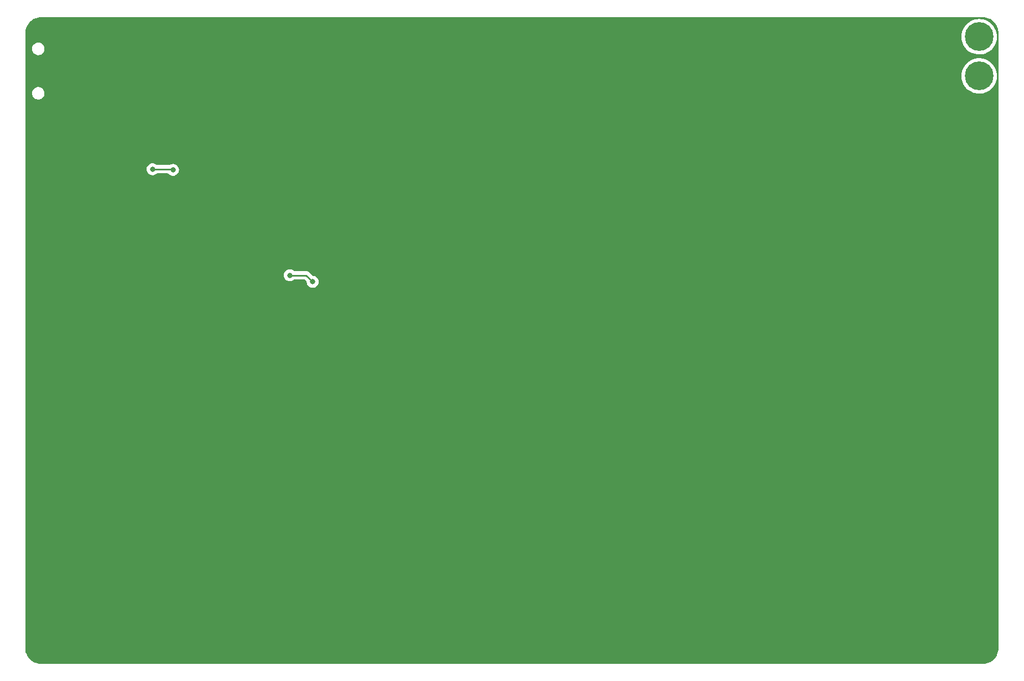
<source format=gbl>
%TF.GenerationSoftware,KiCad,Pcbnew,(6.0.0)*%
%TF.CreationDate,2022-11-24T19:04:50+01:00*%
%TF.ProjectId,PCB,5043422e-6b69-4636-9164-5f7063625858,rev?*%
%TF.SameCoordinates,Original*%
%TF.FileFunction,Copper,L2,Bot*%
%TF.FilePolarity,Positive*%
%FSLAX46Y46*%
G04 Gerber Fmt 4.6, Leading zero omitted, Abs format (unit mm)*
G04 Created by KiCad (PCBNEW (6.0.0)) date 2022-11-24 19:04:50*
%MOMM*%
%LPD*%
G01*
G04 APERTURE LIST*
%TA.AperFunction,ComponentPad*%
%ADD10C,0.700000*%
%TD*%
%TA.AperFunction,ComponentPad*%
%ADD11C,4.400000*%
%TD*%
%TA.AperFunction,ViaPad*%
%ADD12C,0.800000*%
%TD*%
%TA.AperFunction,Conductor*%
%ADD13C,0.250000*%
%TD*%
G04 APERTURE END LIST*
D10*
%TO.P,J8,1,Pin_1*%
%TO.N,Net-(J7-Pad1)*%
X174000000Y-32650000D03*
X172350000Y-31000000D03*
X172833274Y-32166726D03*
X175650000Y-31000000D03*
X175166726Y-32166726D03*
D11*
X174000000Y-31000000D03*
D10*
X174000000Y-29350000D03*
X175166726Y-29833274D03*
X172833274Y-29833274D03*
%TD*%
%TO.P,J7,1,Pin_1*%
%TO.N,Net-(J7-Pad1)*%
X172833274Y-35833274D03*
X172833274Y-38166726D03*
D11*
X174000000Y-37000000D03*
D10*
X175650000Y-37000000D03*
X175166726Y-38166726D03*
X174000000Y-35350000D03*
X175166726Y-35833274D03*
X174000000Y-38650000D03*
X172350000Y-37000000D03*
%TD*%
D12*
%TO.N,GND*%
X92500000Y-72500000D03*
X29500000Y-68000000D03*
X152500000Y-71500000D03*
X45500000Y-53224500D03*
X163381250Y-85118750D03*
X44000000Y-44000000D03*
X32500000Y-50000000D03*
X124500000Y-90000000D03*
X41500000Y-85000000D03*
X173500000Y-44500000D03*
X71000000Y-76500000D03*
X53000000Y-70000000D03*
X52500000Y-62500000D03*
X60500000Y-44000000D03*
X51500000Y-57500000D03*
X60000000Y-61000000D03*
X52000000Y-84000000D03*
X113000000Y-85000000D03*
X92500000Y-39000000D03*
X141000000Y-85500000D03*
X139500000Y-73000000D03*
X90500000Y-89500000D03*
X111500000Y-73000000D03*
X77500000Y-83000000D03*
X154500000Y-85000000D03*
X63000000Y-55500000D03*
%TO.N,/UPDI*%
X50626231Y-51373769D03*
X47500000Y-51275500D03*
%TO.N,Net-(U1-Pad9)*%
X68500000Y-67500000D03*
X72000000Y-68500000D03*
%TD*%
D13*
%TO.N,/UPDI*%
X50527962Y-51275500D02*
X47500000Y-51275500D01*
X50626231Y-51373769D02*
X50527962Y-51275500D01*
%TO.N,Net-(U1-Pad9)*%
X68500000Y-67500000D02*
X71000000Y-67500000D01*
X71000000Y-67500000D02*
X72000000Y-68500000D01*
%TD*%
%TA.AperFunction,Conductor*%
%TO.N,GND*%
G36*
X174473737Y-28005820D02*
G01*
X174488538Y-28008125D01*
X174488541Y-28008125D01*
X174497410Y-28009506D01*
X174514579Y-28007261D01*
X174538519Y-28006428D01*
X174796450Y-28022030D01*
X174811554Y-28023864D01*
X174882328Y-28036834D01*
X175092559Y-28075360D01*
X175107321Y-28078998D01*
X175380088Y-28163995D01*
X175394307Y-28169389D01*
X175654820Y-28286636D01*
X175668289Y-28293705D01*
X175912775Y-28441502D01*
X175925297Y-28450145D01*
X176150187Y-28626336D01*
X176161575Y-28636426D01*
X176363574Y-28838425D01*
X176373664Y-28849813D01*
X176549855Y-29074703D01*
X176558498Y-29087225D01*
X176706295Y-29331711D01*
X176713366Y-29345184D01*
X176830610Y-29605690D01*
X176836005Y-29619912D01*
X176873305Y-29739611D01*
X176921001Y-29892673D01*
X176924642Y-29907447D01*
X176976136Y-30188446D01*
X176977970Y-30203550D01*
X176993135Y-30454249D01*
X176991878Y-30480959D01*
X176991875Y-30481179D01*
X176990494Y-30490050D01*
X176991658Y-30498952D01*
X176991658Y-30498955D01*
X176994616Y-30521571D01*
X176995680Y-30537909D01*
X176995680Y-124454352D01*
X176994180Y-124473736D01*
X176990494Y-124497410D01*
X176992134Y-124509950D01*
X176992739Y-124514577D01*
X176993572Y-124538519D01*
X176977970Y-124796450D01*
X176976136Y-124811554D01*
X176924642Y-125092553D01*
X176921001Y-125107327D01*
X176836006Y-125380084D01*
X176830610Y-125394310D01*
X176713366Y-125654816D01*
X176706295Y-125668289D01*
X176558498Y-125912775D01*
X176549855Y-125925297D01*
X176373664Y-126150187D01*
X176363574Y-126161575D01*
X176161575Y-126363574D01*
X176150187Y-126373664D01*
X175925297Y-126549855D01*
X175912775Y-126558498D01*
X175668289Y-126706295D01*
X175654820Y-126713364D01*
X175394310Y-126830610D01*
X175380088Y-126836005D01*
X175107321Y-126921002D01*
X175092559Y-126924640D01*
X174882328Y-126963166D01*
X174811554Y-126976136D01*
X174796450Y-126977970D01*
X174545751Y-126993135D01*
X174519041Y-126991878D01*
X174518821Y-126991875D01*
X174509950Y-126990494D01*
X174501048Y-126991658D01*
X174501045Y-126991658D01*
X174478429Y-126994616D01*
X174462091Y-126995680D01*
X30545648Y-126995680D01*
X30526263Y-126994180D01*
X30511462Y-126991875D01*
X30511459Y-126991875D01*
X30502590Y-126990494D01*
X30485421Y-126992739D01*
X30461481Y-126993572D01*
X30203550Y-126977970D01*
X30188446Y-126976136D01*
X30117672Y-126963166D01*
X29907441Y-126924640D01*
X29892679Y-126921002D01*
X29619912Y-126836005D01*
X29605690Y-126830610D01*
X29345180Y-126713364D01*
X29331711Y-126706295D01*
X29087225Y-126558498D01*
X29074703Y-126549855D01*
X28849813Y-126373664D01*
X28838425Y-126363574D01*
X28636426Y-126161575D01*
X28626336Y-126150187D01*
X28450145Y-125925297D01*
X28441502Y-125912775D01*
X28293705Y-125668289D01*
X28286634Y-125654816D01*
X28169390Y-125394310D01*
X28163994Y-125380084D01*
X28078999Y-125107327D01*
X28075358Y-125092553D01*
X28023864Y-124811554D01*
X28022030Y-124796450D01*
X28006865Y-124545751D01*
X28008122Y-124519041D01*
X28008125Y-124518821D01*
X28009506Y-124509950D01*
X28007867Y-124497410D01*
X28005384Y-124478429D01*
X28004320Y-124462091D01*
X28004320Y-67500000D01*
X67586496Y-67500000D01*
X67606458Y-67689928D01*
X67665473Y-67871556D01*
X67760960Y-68036944D01*
X67888747Y-68178866D01*
X68043248Y-68291118D01*
X68049276Y-68293802D01*
X68049278Y-68293803D01*
X68100560Y-68316635D01*
X68217712Y-68368794D01*
X68311113Y-68388647D01*
X68398056Y-68407128D01*
X68398061Y-68407128D01*
X68404513Y-68408500D01*
X68595487Y-68408500D01*
X68601939Y-68407128D01*
X68601944Y-68407128D01*
X68688887Y-68388647D01*
X68782288Y-68368794D01*
X68899440Y-68316635D01*
X68950722Y-68293803D01*
X68950724Y-68293802D01*
X68956752Y-68291118D01*
X69111253Y-68178866D01*
X69115668Y-68173963D01*
X69120580Y-68169540D01*
X69121705Y-68170789D01*
X69175014Y-68137949D01*
X69208200Y-68133500D01*
X70685406Y-68133500D01*
X70753527Y-68153502D01*
X70774501Y-68170405D01*
X71052878Y-68448782D01*
X71086904Y-68511094D01*
X71089092Y-68524703D01*
X71106458Y-68689928D01*
X71165473Y-68871556D01*
X71260960Y-69036944D01*
X71388747Y-69178866D01*
X71543248Y-69291118D01*
X71549276Y-69293802D01*
X71549278Y-69293803D01*
X71711681Y-69366109D01*
X71717712Y-69368794D01*
X71811113Y-69388647D01*
X71898056Y-69407128D01*
X71898061Y-69407128D01*
X71904513Y-69408500D01*
X72095487Y-69408500D01*
X72101939Y-69407128D01*
X72101944Y-69407128D01*
X72188887Y-69388647D01*
X72282288Y-69368794D01*
X72288319Y-69366109D01*
X72450722Y-69293803D01*
X72450724Y-69293802D01*
X72456752Y-69291118D01*
X72611253Y-69178866D01*
X72739040Y-69036944D01*
X72834527Y-68871556D01*
X72893542Y-68689928D01*
X72913504Y-68500000D01*
X72893542Y-68310072D01*
X72834527Y-68128444D01*
X72739040Y-67963056D01*
X72611253Y-67821134D01*
X72456752Y-67708882D01*
X72450724Y-67706198D01*
X72450722Y-67706197D01*
X72288319Y-67633891D01*
X72288318Y-67633891D01*
X72282288Y-67631206D01*
X72188888Y-67611353D01*
X72101944Y-67592872D01*
X72101939Y-67592872D01*
X72095487Y-67591500D01*
X72039595Y-67591500D01*
X71971474Y-67571498D01*
X71950499Y-67554595D01*
X71503647Y-67107742D01*
X71496113Y-67099463D01*
X71492000Y-67092982D01*
X71442348Y-67046356D01*
X71439507Y-67043602D01*
X71419770Y-67023865D01*
X71416573Y-67021385D01*
X71407551Y-67013680D01*
X71381100Y-66988841D01*
X71375321Y-66983414D01*
X71368375Y-66979595D01*
X71368372Y-66979593D01*
X71357566Y-66973652D01*
X71341047Y-66962801D01*
X71335048Y-66958148D01*
X71325041Y-66950386D01*
X71317772Y-66947241D01*
X71317768Y-66947238D01*
X71284463Y-66932826D01*
X71273813Y-66927609D01*
X71235060Y-66906305D01*
X71215437Y-66901267D01*
X71196734Y-66894863D01*
X71185420Y-66889967D01*
X71185419Y-66889967D01*
X71178145Y-66886819D01*
X71170322Y-66885580D01*
X71170312Y-66885577D01*
X71134476Y-66879901D01*
X71122856Y-66877495D01*
X71087711Y-66868472D01*
X71087710Y-66868472D01*
X71080030Y-66866500D01*
X71059776Y-66866500D01*
X71040065Y-66864949D01*
X71027886Y-66863020D01*
X71020057Y-66861780D01*
X71012165Y-66862526D01*
X70976039Y-66865941D01*
X70964181Y-66866500D01*
X69208200Y-66866500D01*
X69140079Y-66846498D01*
X69120853Y-66830157D01*
X69120580Y-66830460D01*
X69115668Y-66826037D01*
X69111253Y-66821134D01*
X68956752Y-66708882D01*
X68950724Y-66706198D01*
X68950722Y-66706197D01*
X68788319Y-66633891D01*
X68788318Y-66633891D01*
X68782288Y-66631206D01*
X68688887Y-66611353D01*
X68601944Y-66592872D01*
X68601939Y-66592872D01*
X68595487Y-66591500D01*
X68404513Y-66591500D01*
X68398061Y-66592872D01*
X68398056Y-66592872D01*
X68311113Y-66611353D01*
X68217712Y-66631206D01*
X68211682Y-66633891D01*
X68211681Y-66633891D01*
X68049278Y-66706197D01*
X68049276Y-66706198D01*
X68043248Y-66708882D01*
X67888747Y-66821134D01*
X67884326Y-66826044D01*
X67884325Y-66826045D01*
X67775203Y-66947238D01*
X67760960Y-66963056D01*
X67665473Y-67128444D01*
X67606458Y-67310072D01*
X67586496Y-67500000D01*
X28004320Y-67500000D01*
X28004320Y-51275500D01*
X46586496Y-51275500D01*
X46606458Y-51465428D01*
X46665473Y-51647056D01*
X46760960Y-51812444D01*
X46888747Y-51954366D01*
X46987843Y-52026364D01*
X47029347Y-52056518D01*
X47043248Y-52066618D01*
X47049276Y-52069302D01*
X47049278Y-52069303D01*
X47211681Y-52141609D01*
X47217712Y-52144294D01*
X47311113Y-52164147D01*
X47398056Y-52182628D01*
X47398061Y-52182628D01*
X47404513Y-52184000D01*
X47595487Y-52184000D01*
X47601939Y-52182628D01*
X47601944Y-52182628D01*
X47688887Y-52164147D01*
X47782288Y-52144294D01*
X47788319Y-52141609D01*
X47950722Y-52069303D01*
X47950724Y-52069302D01*
X47956752Y-52066618D01*
X47970654Y-52056518D01*
X48089671Y-51970046D01*
X48111253Y-51954366D01*
X48115668Y-51949463D01*
X48120580Y-51945040D01*
X48121705Y-51946289D01*
X48175014Y-51913449D01*
X48208200Y-51909000D01*
X49829550Y-51909000D01*
X49897671Y-51929002D01*
X49923184Y-51950687D01*
X50014978Y-52052635D01*
X50169479Y-52164887D01*
X50175507Y-52167571D01*
X50175509Y-52167572D01*
X50337912Y-52239878D01*
X50343943Y-52242563D01*
X50437344Y-52262416D01*
X50524287Y-52280897D01*
X50524292Y-52280897D01*
X50530744Y-52282269D01*
X50721718Y-52282269D01*
X50728170Y-52280897D01*
X50728175Y-52280897D01*
X50815118Y-52262416D01*
X50908519Y-52242563D01*
X50914550Y-52239878D01*
X51076953Y-52167572D01*
X51076955Y-52167571D01*
X51082983Y-52164887D01*
X51237484Y-52052635D01*
X51241906Y-52047724D01*
X51360852Y-51915621D01*
X51360853Y-51915620D01*
X51365271Y-51910713D01*
X51460758Y-51745325D01*
X51519773Y-51563697D01*
X51539735Y-51373769D01*
X51519773Y-51183841D01*
X51460758Y-51002213D01*
X51365271Y-50836825D01*
X51237484Y-50694903D01*
X51096890Y-50592755D01*
X51088325Y-50586532D01*
X51088324Y-50586531D01*
X51082983Y-50582651D01*
X51076955Y-50579967D01*
X51076953Y-50579966D01*
X50914550Y-50507660D01*
X50914549Y-50507660D01*
X50908519Y-50504975D01*
X50811637Y-50484382D01*
X50728175Y-50466641D01*
X50728170Y-50466641D01*
X50721718Y-50465269D01*
X50530744Y-50465269D01*
X50524292Y-50466641D01*
X50524287Y-50466641D01*
X50440825Y-50484382D01*
X50343943Y-50504975D01*
X50337913Y-50507660D01*
X50337912Y-50507660D01*
X50175509Y-50579966D01*
X50175507Y-50579967D01*
X50169479Y-50582651D01*
X50164138Y-50586531D01*
X50164137Y-50586532D01*
X50120913Y-50617936D01*
X50046852Y-50642000D01*
X48208200Y-50642000D01*
X48140079Y-50621998D01*
X48120853Y-50605657D01*
X48120580Y-50605960D01*
X48115668Y-50601537D01*
X48111253Y-50596634D01*
X48088312Y-50579966D01*
X47962094Y-50488263D01*
X47962093Y-50488262D01*
X47956752Y-50484382D01*
X47950724Y-50481698D01*
X47950722Y-50481697D01*
X47788319Y-50409391D01*
X47788318Y-50409391D01*
X47782288Y-50406706D01*
X47688888Y-50386853D01*
X47601944Y-50368372D01*
X47601939Y-50368372D01*
X47595487Y-50367000D01*
X47404513Y-50367000D01*
X47398061Y-50368372D01*
X47398056Y-50368372D01*
X47311112Y-50386853D01*
X47217712Y-50406706D01*
X47211682Y-50409391D01*
X47211681Y-50409391D01*
X47049278Y-50481697D01*
X47049276Y-50481698D01*
X47043248Y-50484382D01*
X46888747Y-50596634D01*
X46884326Y-50601544D01*
X46884325Y-50601545D01*
X46803762Y-50691020D01*
X46760960Y-50738556D01*
X46665473Y-50903944D01*
X46606458Y-51085572D01*
X46586496Y-51275500D01*
X28004320Y-51275500D01*
X28004320Y-39697064D01*
X29037707Y-39697064D01*
X29066825Y-39889599D01*
X29069028Y-39895585D01*
X29069029Y-39895591D01*
X29131860Y-40066360D01*
X29131862Y-40066365D01*
X29134063Y-40072346D01*
X29236674Y-40237840D01*
X29370466Y-40379322D01*
X29529975Y-40491011D01*
X29535838Y-40493548D01*
X29702825Y-40565810D01*
X29702829Y-40565811D01*
X29708684Y-40568345D01*
X29714931Y-40569650D01*
X29714934Y-40569651D01*
X29894557Y-40607176D01*
X29894562Y-40607177D01*
X29899293Y-40608165D01*
X29905685Y-40608500D01*
X30048663Y-40608500D01*
X30117951Y-40601462D01*
X30187378Y-40594410D01*
X30187379Y-40594410D01*
X30193727Y-40593765D01*
X30274843Y-40568345D01*
X30373451Y-40537444D01*
X30373456Y-40537442D01*
X30379541Y-40535535D01*
X30466475Y-40487346D01*
X30544271Y-40444223D01*
X30544274Y-40444221D01*
X30549850Y-40441130D01*
X30554691Y-40436981D01*
X30554695Y-40436978D01*
X30692855Y-40318560D01*
X30697698Y-40314409D01*
X30817046Y-40160547D01*
X30857779Y-40077768D01*
X30900200Y-39991556D01*
X30903018Y-39985829D01*
X30904628Y-39979649D01*
X30950492Y-39803575D01*
X30950492Y-39803572D01*
X30952102Y-39797393D01*
X30960058Y-39645590D01*
X30961959Y-39609317D01*
X30961959Y-39609313D01*
X30962293Y-39602936D01*
X30933175Y-39410401D01*
X30930972Y-39404415D01*
X30930971Y-39404409D01*
X30868140Y-39233640D01*
X30868138Y-39233635D01*
X30865937Y-39227654D01*
X30763326Y-39062160D01*
X30629534Y-38920678D01*
X30470025Y-38808989D01*
X30422013Y-38788212D01*
X30297175Y-38734190D01*
X30297171Y-38734189D01*
X30291316Y-38731655D01*
X30285069Y-38730350D01*
X30285066Y-38730349D01*
X30105443Y-38692824D01*
X30105438Y-38692823D01*
X30100707Y-38691835D01*
X30094315Y-38691500D01*
X29951337Y-38691500D01*
X29882049Y-38698538D01*
X29812622Y-38705590D01*
X29812621Y-38705590D01*
X29806273Y-38706235D01*
X29749939Y-38723889D01*
X29626549Y-38762556D01*
X29626544Y-38762558D01*
X29620459Y-38764465D01*
X29544713Y-38806452D01*
X29455729Y-38855777D01*
X29455726Y-38855779D01*
X29450150Y-38858870D01*
X29445309Y-38863019D01*
X29445305Y-38863022D01*
X29382311Y-38917015D01*
X29302302Y-38985591D01*
X29298391Y-38990633D01*
X29298390Y-38990634D01*
X29285732Y-39006953D01*
X29182954Y-39139453D01*
X29180138Y-39145176D01*
X29180136Y-39145179D01*
X29123593Y-39260091D01*
X29096982Y-39314171D01*
X29095373Y-39320349D01*
X29095372Y-39320351D01*
X29067953Y-39425616D01*
X29047898Y-39502607D01*
X29045255Y-39553034D01*
X29038149Y-39688634D01*
X29037707Y-39697064D01*
X28004320Y-39697064D01*
X28004320Y-36971585D01*
X171286698Y-36971585D01*
X171302936Y-37297759D01*
X171303577Y-37301490D01*
X171303578Y-37301498D01*
X171318109Y-37386060D01*
X171358241Y-37619619D01*
X171451814Y-37932504D01*
X171582297Y-38231881D01*
X171584220Y-38235152D01*
X171584222Y-38235156D01*
X171626584Y-38307215D01*
X171747802Y-38513414D01*
X171750103Y-38516429D01*
X171943631Y-38770012D01*
X171943636Y-38770017D01*
X171945931Y-38773025D01*
X172007931Y-38836670D01*
X172157917Y-38990634D01*
X172173814Y-39006953D01*
X172246635Y-39065607D01*
X172425196Y-39209431D01*
X172425201Y-39209435D01*
X172428149Y-39211809D01*
X172705253Y-39384627D01*
X173001112Y-39522903D01*
X173004721Y-39524086D01*
X173264716Y-39609317D01*
X173311440Y-39624634D01*
X173631742Y-39688346D01*
X173635514Y-39688633D01*
X173635522Y-39688634D01*
X173953602Y-39712829D01*
X173953607Y-39712829D01*
X173957379Y-39713116D01*
X174283633Y-39698586D01*
X174343425Y-39688634D01*
X174602037Y-39645590D01*
X174602042Y-39645589D01*
X174605778Y-39644967D01*
X174919149Y-39553034D01*
X174922616Y-39551544D01*
X174922620Y-39551543D01*
X175215721Y-39425616D01*
X175215723Y-39425615D01*
X175219205Y-39424119D01*
X175501601Y-39260091D01*
X175762245Y-39063324D01*
X175974334Y-38858870D01*
X175994632Y-38839303D01*
X175994635Y-38839300D01*
X175997363Y-38836670D01*
X176203549Y-38583410D01*
X176377815Y-38307215D01*
X176517638Y-38012084D01*
X176544188Y-37932504D01*
X176619790Y-37705897D01*
X176619792Y-37705891D01*
X176620992Y-37702293D01*
X176686381Y-37382329D01*
X176692956Y-37301498D01*
X176712674Y-37059061D01*
X176712856Y-37056826D01*
X176713451Y-37000000D01*
X176711510Y-36967796D01*
X176694026Y-36677793D01*
X176694026Y-36677789D01*
X176693798Y-36674015D01*
X176688650Y-36645824D01*
X176635805Y-36356473D01*
X176635804Y-36356469D01*
X176635125Y-36352751D01*
X176627722Y-36328907D01*
X176539404Y-36044477D01*
X176538282Y-36040863D01*
X176404670Y-35742869D01*
X176236226Y-35463084D01*
X176233899Y-35460100D01*
X176233894Y-35460093D01*
X176037726Y-35208558D01*
X176037724Y-35208556D01*
X176035390Y-35205563D01*
X175805070Y-34974034D01*
X175548603Y-34771852D01*
X175269705Y-34601945D01*
X175266261Y-34600379D01*
X175266257Y-34600377D01*
X175155667Y-34550095D01*
X174972414Y-34466775D01*
X174661037Y-34368300D01*
X174443492Y-34327390D01*
X174343809Y-34308645D01*
X174343807Y-34308645D01*
X174340086Y-34307945D01*
X174014208Y-34286586D01*
X174010428Y-34286794D01*
X174010427Y-34286794D01*
X173912897Y-34292162D01*
X173688124Y-34304532D01*
X173684397Y-34305193D01*
X173684393Y-34305193D01*
X173527341Y-34333027D01*
X173366557Y-34361522D01*
X173362941Y-34362624D01*
X173362933Y-34362626D01*
X173057789Y-34455627D01*
X173054167Y-34456731D01*
X172755477Y-34588781D01*
X172730041Y-34603914D01*
X172478074Y-34753817D01*
X172478068Y-34753821D01*
X172474814Y-34755757D01*
X172216244Y-34955243D01*
X171983513Y-35184347D01*
X171981149Y-35187314D01*
X171981146Y-35187317D01*
X171964220Y-35208558D01*
X171779991Y-35439751D01*
X171608626Y-35717757D01*
X171471902Y-36014336D01*
X171470741Y-36017940D01*
X171470741Y-36017941D01*
X171462196Y-36044477D01*
X171371797Y-36325192D01*
X171371079Y-36328903D01*
X171371078Y-36328907D01*
X171310482Y-36642105D01*
X171310481Y-36642114D01*
X171309763Y-36645824D01*
X171286698Y-36971585D01*
X28004320Y-36971585D01*
X28004320Y-32897064D01*
X29037707Y-32897064D01*
X29066825Y-33089599D01*
X29069028Y-33095585D01*
X29069029Y-33095591D01*
X29131860Y-33266360D01*
X29131862Y-33266365D01*
X29134063Y-33272346D01*
X29137425Y-33277768D01*
X29228167Y-33424119D01*
X29236674Y-33437840D01*
X29241055Y-33442473D01*
X29241056Y-33442474D01*
X29318232Y-33524086D01*
X29370466Y-33579322D01*
X29529975Y-33691011D01*
X29577987Y-33711788D01*
X29702825Y-33765810D01*
X29702829Y-33765811D01*
X29708684Y-33768345D01*
X29714931Y-33769650D01*
X29714934Y-33769651D01*
X29894557Y-33807176D01*
X29894562Y-33807177D01*
X29899293Y-33808165D01*
X29905685Y-33808500D01*
X30048663Y-33808500D01*
X30117951Y-33801462D01*
X30187378Y-33794410D01*
X30187379Y-33794410D01*
X30193727Y-33793765D01*
X30274843Y-33768345D01*
X30373451Y-33737444D01*
X30373456Y-33737442D01*
X30379541Y-33735535D01*
X30466475Y-33687346D01*
X30544271Y-33644223D01*
X30544274Y-33644221D01*
X30549850Y-33641130D01*
X30554691Y-33636981D01*
X30554695Y-33636978D01*
X30692855Y-33518560D01*
X30697698Y-33514409D01*
X30817046Y-33360547D01*
X30857779Y-33277768D01*
X30900200Y-33191556D01*
X30903018Y-33185829D01*
X30904628Y-33179649D01*
X30950492Y-33003575D01*
X30950492Y-33003572D01*
X30952102Y-32997393D01*
X30962293Y-32802936D01*
X30933175Y-32610401D01*
X30930972Y-32604415D01*
X30930971Y-32604409D01*
X30868140Y-32433640D01*
X30868138Y-32433635D01*
X30865937Y-32427654D01*
X30763326Y-32262160D01*
X30629534Y-32120678D01*
X30470025Y-32008989D01*
X30422013Y-31988212D01*
X30297175Y-31934190D01*
X30297171Y-31934189D01*
X30291316Y-31931655D01*
X30285069Y-31930350D01*
X30285066Y-31930349D01*
X30105443Y-31892824D01*
X30105438Y-31892823D01*
X30100707Y-31891835D01*
X30094315Y-31891500D01*
X29951337Y-31891500D01*
X29882049Y-31898538D01*
X29812622Y-31905590D01*
X29812621Y-31905590D01*
X29806273Y-31906235D01*
X29749939Y-31923889D01*
X29626549Y-31962556D01*
X29626544Y-31962558D01*
X29620459Y-31964465D01*
X29544713Y-32006452D01*
X29455729Y-32055777D01*
X29455726Y-32055779D01*
X29450150Y-32058870D01*
X29445309Y-32063019D01*
X29445305Y-32063022D01*
X29382311Y-32117015D01*
X29302302Y-32185591D01*
X29182954Y-32339453D01*
X29180138Y-32345176D01*
X29180136Y-32345179D01*
X29136608Y-32433640D01*
X29096982Y-32514171D01*
X29095373Y-32520349D01*
X29095372Y-32520351D01*
X29073477Y-32604409D01*
X29047898Y-32702607D01*
X29044208Y-32773025D01*
X29041027Y-32833723D01*
X29037707Y-32897064D01*
X28004320Y-32897064D01*
X28004320Y-30971585D01*
X171286698Y-30971585D01*
X171302936Y-31297759D01*
X171303577Y-31301490D01*
X171303578Y-31301498D01*
X171318109Y-31386060D01*
X171358241Y-31619619D01*
X171359329Y-31623258D01*
X171359330Y-31623261D01*
X171444529Y-31908144D01*
X171451814Y-31932504D01*
X171582297Y-32231881D01*
X171584220Y-32235152D01*
X171584222Y-32235156D01*
X171626584Y-32307215D01*
X171747802Y-32513414D01*
X171750103Y-32516429D01*
X171943631Y-32770012D01*
X171943636Y-32770017D01*
X171945931Y-32773025D01*
X172007931Y-32836670D01*
X172060549Y-32890683D01*
X172173814Y-33006953D01*
X172246635Y-33065607D01*
X172425196Y-33209431D01*
X172425201Y-33209435D01*
X172428149Y-33211809D01*
X172705253Y-33384627D01*
X173001112Y-33522903D01*
X173311440Y-33624634D01*
X173631742Y-33688346D01*
X173635514Y-33688633D01*
X173635522Y-33688634D01*
X173953602Y-33712829D01*
X173953607Y-33712829D01*
X173957379Y-33713116D01*
X174283633Y-33698586D01*
X174289844Y-33697552D01*
X174602037Y-33645590D01*
X174602042Y-33645589D01*
X174605778Y-33644967D01*
X174919149Y-33553034D01*
X174922616Y-33551544D01*
X174922620Y-33551543D01*
X175215721Y-33425616D01*
X175215723Y-33425615D01*
X175219205Y-33424119D01*
X175501601Y-33260091D01*
X175762245Y-33063324D01*
X175997363Y-32836670D01*
X176111540Y-32696425D01*
X176201155Y-32586351D01*
X176201158Y-32586347D01*
X176203549Y-32583410D01*
X176353862Y-32345179D01*
X176375788Y-32310428D01*
X176375790Y-32310425D01*
X176377815Y-32307215D01*
X176517638Y-32012084D01*
X176543028Y-31935981D01*
X176619790Y-31705897D01*
X176619792Y-31705891D01*
X176620992Y-31702293D01*
X176686381Y-31382329D01*
X176692956Y-31301498D01*
X176712674Y-31059061D01*
X176712856Y-31056826D01*
X176713451Y-31000000D01*
X176711510Y-30967796D01*
X176694026Y-30677793D01*
X176694026Y-30677789D01*
X176693798Y-30674015D01*
X176688650Y-30645824D01*
X176635805Y-30356473D01*
X176635804Y-30356469D01*
X176635125Y-30352751D01*
X176627722Y-30328907D01*
X176539404Y-30044477D01*
X176538282Y-30040863D01*
X176404670Y-29742869D01*
X176236226Y-29463084D01*
X176233899Y-29460100D01*
X176233894Y-29460093D01*
X176037726Y-29208558D01*
X176037724Y-29208556D01*
X176035390Y-29205563D01*
X175805070Y-28974034D01*
X175548603Y-28771852D01*
X175269705Y-28601945D01*
X175266261Y-28600379D01*
X175266257Y-28600377D01*
X175144525Y-28545029D01*
X174972414Y-28466775D01*
X174661037Y-28368300D01*
X174443492Y-28327390D01*
X174343809Y-28308645D01*
X174343807Y-28308645D01*
X174340086Y-28307945D01*
X174014208Y-28286586D01*
X174010428Y-28286794D01*
X174010427Y-28286794D01*
X173912897Y-28292162D01*
X173688124Y-28304532D01*
X173684397Y-28305193D01*
X173684393Y-28305193D01*
X173527340Y-28333027D01*
X173366557Y-28361522D01*
X173362941Y-28362624D01*
X173362933Y-28362626D01*
X173075776Y-28450145D01*
X173054167Y-28456731D01*
X172755477Y-28588781D01*
X172684459Y-28631032D01*
X172478074Y-28753817D01*
X172478068Y-28753821D01*
X172474814Y-28755757D01*
X172471812Y-28758073D01*
X172360670Y-28843819D01*
X172216244Y-28955243D01*
X171983513Y-29184347D01*
X171981149Y-29187314D01*
X171981146Y-29187317D01*
X171964220Y-29208558D01*
X171779991Y-29439751D01*
X171608626Y-29717757D01*
X171471902Y-30014336D01*
X171470741Y-30017940D01*
X171470741Y-30017941D01*
X171462196Y-30044477D01*
X171371797Y-30325192D01*
X171371079Y-30328903D01*
X171371078Y-30328907D01*
X171310482Y-30642105D01*
X171310481Y-30642114D01*
X171309763Y-30645824D01*
X171286698Y-30971585D01*
X28004320Y-30971585D01*
X28004320Y-30545648D01*
X28005820Y-30526263D01*
X28008125Y-30511462D01*
X28008125Y-30511459D01*
X28009506Y-30502590D01*
X28007261Y-30485421D01*
X28006428Y-30461481D01*
X28022030Y-30203550D01*
X28023864Y-30188446D01*
X28075358Y-29907447D01*
X28078999Y-29892673D01*
X28126696Y-29739611D01*
X28163995Y-29619912D01*
X28169390Y-29605690D01*
X28286634Y-29345184D01*
X28293705Y-29331711D01*
X28441502Y-29087225D01*
X28450145Y-29074703D01*
X28626336Y-28849813D01*
X28636426Y-28838425D01*
X28838425Y-28636426D01*
X28849813Y-28626336D01*
X29074703Y-28450145D01*
X29087225Y-28441502D01*
X29331711Y-28293705D01*
X29345180Y-28286636D01*
X29605693Y-28169389D01*
X29619912Y-28163995D01*
X29892679Y-28078998D01*
X29907441Y-28075360D01*
X30117672Y-28036834D01*
X30188446Y-28023864D01*
X30203550Y-28022030D01*
X30454249Y-28006865D01*
X30480959Y-28008122D01*
X30481179Y-28008125D01*
X30490050Y-28009506D01*
X30498952Y-28008342D01*
X30498955Y-28008342D01*
X30521571Y-28005384D01*
X30537909Y-28004320D01*
X174454352Y-28004320D01*
X174473737Y-28005820D01*
G37*
%TD.AperFunction*%
%TD*%
M02*

</source>
